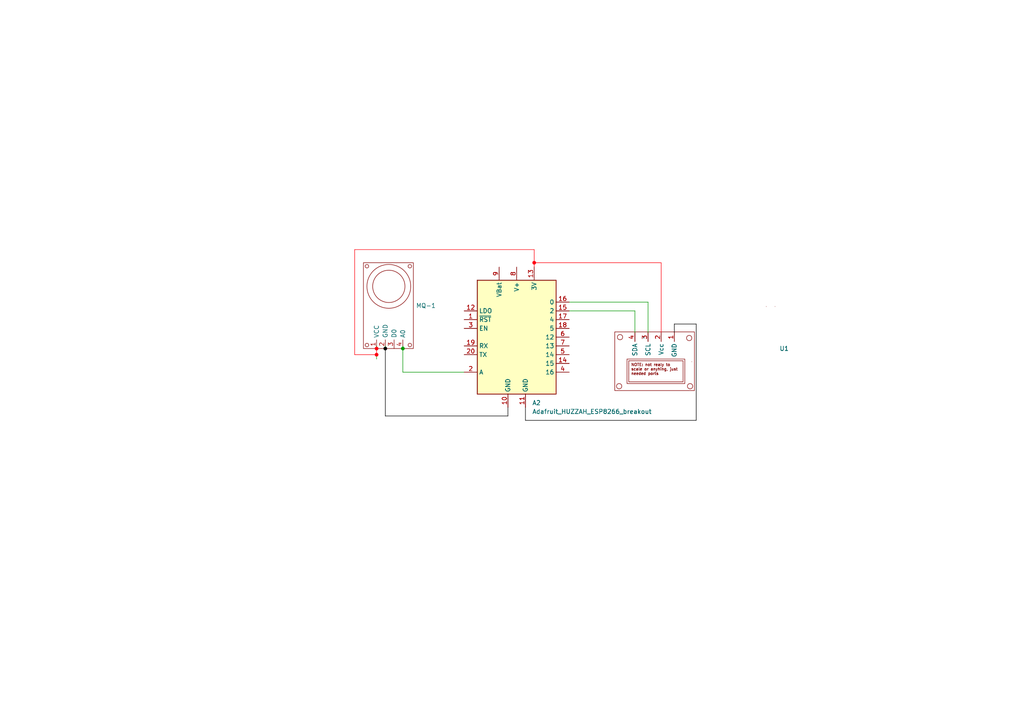
<source format=kicad_sch>
(kicad_sch (version 20230121) (generator eeschema)
  (paper "A4")
  (title_block (title "Gas Sensor with OLED display") (date "2023-06-13") (rev "3") (company "Polina, Jernej") (comment 1 "Group 4 project"))
  (lib_symbols
    (symbol "MCU_Module:Adafruit_HUZZAH_ESP8266_breakout"
      (property "Reference" "A" (at 7.62 19.05 0))
      (property "Value" "Adafruit_HUZZAH_ESP8266_breakout" (at 3.81 -19.05 0))
      (symbol "Adafruit_HUZZAH_ESP8266_breakout_0_1"
        (rectangle (start -11.43 16.51) (end 11.43 -16.51) (stroke (width 0.254)) (fill (type background)))
      )
      (symbol "Adafruit_HUZZAH_ESP8266_breakout_1_1"
        (pin input line (at -15.24 5.08 0) (length 3.81) (name "~{RST}") (number "1"))
        (pin power_in line (at -2.54 -20.32 90) (length 3.81) (name "GND") (number "10"))
        (pin power_in line (at 2.54 -20.32 90) (length 3.81) (name "GND") (number "11"))
        (pin input line (at -15.24 7.62 0) (length 3.81) (name "LDO") (number "12"))
        (pin power_out line (at 5.08 20.32 270) (length 3.81) (name "3V") (number "13"))
        (pin bidirectional line (at 15.24 -7.62 180) (length 3.81) (name "15") (number "14"))
        (pin bidirectional line (at 15.24 7.62 180) (length 3.81) (name "2") (number "15"))
        (pin bidirectional line (at 15.24 10.16 180) (length 3.81) (name "0") (number "16"))
        (pin bidirectional line (at 15.24 5.08 180) (length 3.81) (name "4") (number "17"))
        (pin bidirectional line (at 15.24 2.54 180) (length 3.81) (name "5") (number "18"))
        (pin input line (at -15.24 -2.54 0) (length 3.81) (name "RX") (number "19"))
        (pin input line (at -15.24 -10.16 0) (length 3.81) (name "A") (number "2"))
        (pin output line (at -15.24 -5.08 0) (length 3.81) (name "TX") (number "20"))
        (pin input line (at -15.24 2.54 0) (length 3.81) (name "EN") (number "3"))
        (pin bidirectional line (at 15.24 -10.16 180) (length 3.81) (name "16") (number "4"))
        (pin bidirectional line (at 15.24 -5.08 180) (length 3.81) (name "14") (number "5"))
        (pin bidirectional line (at 15.24 0 180) (length 3.81) (name "12") (number "6"))
        (pin bidirectional line (at 15.24 -2.54 180) (length 3.81) (name "13") (number "7"))
        (pin power_in line (at 0 20.32 270) (length 3.81) (name "V+") (number "8"))
        (pin power_in line (at -5.08 20.32 270) (length 3.81) (name "VBat") (number "9"))
      )
    )
    (symbol "MQ-9sensor-Unit:MQ-9"
      (property "Reference" "MQ-9" (at 0 6.858 0))
      (symbol "MQ-9_0_1"
        (rectangle (start -7.62 5.08) (end 6.858 -19.812))
        (circle (center -6.604 -18.796) (radius 0.508))
        (circle (center -6.604 4.064) (radius 0.508))
        (circle (center -0.254 -1.778) (radius 6.3551))
        (circle (center -0.254 -1.778) (radius 4.6835))
        (circle (center 5.842 -18.796) (radius 0.508))
        (circle (center 5.842 4.064) (radius 0.508))
      )
      (symbol "MQ-9_1_1"
        (pin power_in line (at -3.81 -19.812 90) (length 2.54) (name "VCC") (number "1"))
        (pin power_in line (at -1.27 -19.812 90) (length 2.54) (name "GND") (number "2"))
        (pin output line (at 1.27 -19.812 90) (length 2.54) (name "D0") (number "3"))
        (pin output line (at 3.81 -19.812 90) (length 2.54) (name "A0") (number "4"))
      )
    )
    (symbol "OLED-128x64:OLED128X64"
      (property "Reference" "U" (at -2.54 1.27 90))
      (symbol "OLED128X64_0_0"
        (text_box "NOTE: not realy to scale or anyhing, just needed ports" (at -6.858 -5.588 0) (size 15.748 -6.096) (effects (font (size 0.8 0.8)) (justify left top)))
      )
      (symbol "OLED128X64_0_1"
        (rectangle (start -10.922 2.794) (end 12.192 -14.224))
        (circle (center -9.652 -12.954) (radius 0.762))
        (circle (center -9.398 1.27) (radius 0.762))
        (rectangle (start -7.366 -5.08) (end 9.398 -12.192))
        (circle (center 10.668 1.016) (radius 0.762))
        (circle (center 10.922 -12.954) (radius 0.762))
        (rectangle (start 11.43 -5.842) (end 11.43 -5.842))
      )
      (symbol "OLED128X64_1_1"
        (rectangle (start 33.02 10.16) (end 33.02 10.16))
        (rectangle (start 35.56 10.16) (end 35.56 10.16))
        (pin power_in line (at 6.35 2.54 270) (length 2.54) (name "GND") (number "1"))
        (pin power_in line (at 2.54 2.54 270) (length 2.54) (name "Vcc") (number "2"))
        (pin output line (at -1.27 2.54 270) (length 2.54) (name "SCL") (number "3"))
        (pin output line (at -5.08 2.54 270) (length 2.54) (name "SDA") (number "4"))
      )
    )
  )
  (junction (at 111.76 101.092) (color 0 0 0 1))
  (junction (at 109.22 101.092) (color 255 0 11 1))
  (junction (at 109.22 102.87) (color 255 0 11 1))
  (junction (at 154.94 76.2) (color 255 0 11 1))
  (junction (at 116.84 101.092))
  (wire (pts (xy 191.77 76.2) (xy 154.94 76.2)) (stroke (width 0) (color 255 0 11 1)))
  (wire (pts (xy 154.94 76.2) (xy 154.94 77.47)) (stroke (width 0) (color 255 0 11 1)))
  (wire (pts (xy 147.32 120.65) (xy 147.32 118.11)) (stroke (width 0) (color 0 0 0 1)))
  (wire (pts (xy 111.76 100.33) (xy 111.76 101.092)))
  (wire (pts (xy 109.22 102.87) (xy 109.22 104.14)))
  (wire (pts (xy 184.15 90.17) (xy 165.1 90.17)))
  (wire (pts (xy 187.96 87.63) (xy 165.1 87.63)))
  (wire (pts (xy 109.22 101.092) (xy 109.22 102.87)) (stroke (width 0) (color 255 0 11 1)))
  (wire (pts (xy 201.93 93.98) (xy 201.93 121.92)) (stroke (width 0) (color 0 0 0 1)))
  (wire (pts (xy 116.84 107.95) (xy 134.62 107.95)))
  (wire (pts (xy 102.87 72.39) (xy 154.94 72.39)) (stroke (width 0) (color 255 0 11 1)))
  (wire (pts (xy 116.84 100.33) (xy 116.84 101.092)))
  (wire (pts (xy 195.58 96.52) (xy 195.58 93.98)) (stroke (width 0) (color 0 0 0 1)))
  (wire (pts (xy 109.22 100.33) (xy 109.22 101.092)))
  (wire (pts (xy 102.87 102.87) (xy 102.87 72.39)) (stroke (width 0) (color 255 0 11 1)))
  (wire (pts (xy 116.84 101.092) (xy 116.84 107.95)))
  (wire (pts (xy 152.4 121.92) (xy 152.4 118.11)) (stroke (width 0) (color 0 0 0 1)))
  (wire (pts (xy 111.76 101.092) (xy 111.76 120.65)) (stroke (width 0) (color 0 0 0 1)))
  (wire (pts (xy 195.58 93.98) (xy 201.93 93.98)) (stroke (width 0) (color 0 0 0 1)))
  (wire (pts (xy 184.15 96.52) (xy 184.15 90.17)))
  (wire (pts (xy 111.76 120.65) (xy 147.32 120.65)) (stroke (width 0) (color 0 0 0 1)))
  (wire (pts (xy 201.93 121.92) (xy 152.4 121.92)) (stroke (width 0) (color 0 0 0 1)))
  (wire (pts (xy 109.22 102.87) (xy 102.87 102.87)) (stroke (width 0) (color 255 0 11 1)))
  (wire (pts (xy 154.94 72.39) (xy 154.94 76.2)) (stroke (width 0) (color 255 0 11 1)))
  (wire (pts (xy 191.77 76.2) (xy 191.77 96.52)) (stroke (width 0) (color 255 0 11 1)))
  (wire (pts (xy 187.96 96.52) (xy 187.96 87.63)))
  (symbol (lib_id "OLED-128x64:OLED128X64") (at 189.23 99.06 0) (unit 1)
    (property "Reference" "U1" (at 226.06 101.092 0) (effects (justify left)))
    (property "Value" "~" (at 186.69 97.79 90))
  )
  (symbol (lib_id "MCU_Module:Adafruit_HUZZAH_ESP8266_breakout") (at 149.86 97.79 0) (unit 1)
    (property "Reference" "A2" (at 154.3559 116.84 0) (effects (justify left)))
    (property "Value" "Adafruit_HUZZAH_ESP8266_breakout" (at 154.3559 119.38 0) (effects (justify left)))
    (property "Datasheet" "https://www.adafruit.com/product/2471" (effects hide))
  )
  (symbol (lib_id "MQ-9sensor-Unit:MQ-9") (at 113.03 81.28 0) (unit 1)
    (property "Reference" "MQ-1" (at 120.65 88.646 0) (effects (justify left)))
    (property "Value" "~" (at 109.474 101.092 90))
  )
)
</source>
